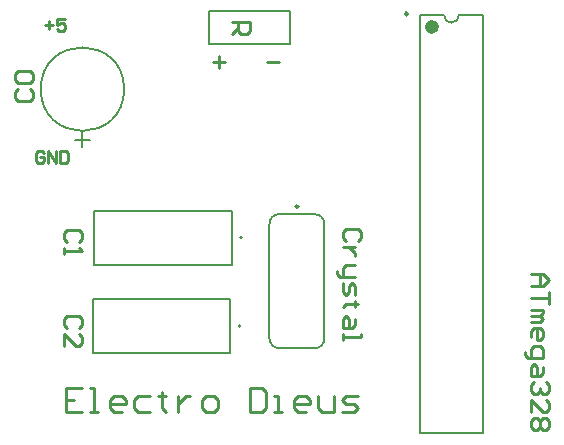
<source format=gto>
G04*
G04 #@! TF.GenerationSoftware,Altium Limited,Altium Designer,24.2.2 (26)*
G04*
G04 Layer_Color=65535*
%FSLAX44Y44*%
%MOMM*%
G71*
G04*
G04 #@! TF.SameCoordinates,64B0A2ED-4F9C-458F-A6B1-0A69A07A9492*
G04*
G04*
G04 #@! TF.FilePolarity,Positive*
G04*
G01*
G75*
%ADD10C,0.1524*%
%ADD11C,0.6000*%
%ADD12C,0.2500*%
%ADD13C,0.2000*%
%ADD14C,0.2540*%
D10*
X119126Y323850D02*
G03*
X119126Y323850I-35306J0D01*
G01*
X218788Y198120D02*
G03*
X218788Y198120I-762J0D01*
G01*
X217518Y123190D02*
G03*
X217518Y123190I-762J0D01*
G01*
X77470Y280924D02*
X90170D01*
X83820Y274574D02*
Y287274D01*
X259207Y362204D02*
Y389636D01*
X190627Y362204D02*
X259207D01*
X190627D02*
Y389636D01*
X259207D01*
X210406Y175387D02*
Y220853D01*
X93820Y175387D02*
Y220853D01*
X210406D01*
X93820Y175387D02*
X210406D01*
X209136Y100457D02*
Y145923D01*
X92550Y100457D02*
Y145923D01*
X209136D01*
X92550Y100457D02*
X209136D01*
D11*
X382740Y376550D02*
G03*
X382740Y376550I-3000J0D01*
G01*
D12*
X359390Y387650D02*
G03*
X359390Y387650I-1250J0D01*
G01*
X266680Y224540D02*
G03*
X266680Y224540I-1250J0D01*
G01*
D13*
X389890Y386550D02*
G03*
X402590Y386550I6350J0D01*
G01*
X280430Y104540D02*
G03*
X288680Y112790I0J8250D01*
G01*
X242180Y112790D02*
G03*
X250430Y104540I8250J-0D01*
G01*
X250430Y218040D02*
G03*
X242180Y209790I0J-8250D01*
G01*
X288680D02*
G03*
X280430Y218040I-8250J0D01*
G01*
X369740Y32550D02*
X422740D01*
X402590Y386550D02*
X422740D01*
X369740D02*
X389890D01*
X422740Y32550D02*
Y386550D01*
X369740Y32550D02*
Y386550D01*
X250430Y218040D02*
X250430D01*
X280430D01*
X250430Y104540D02*
X280430D01*
X288680Y112790D02*
Y209790D01*
X242180Y112790D02*
Y209790D01*
D14*
X83392Y71117D02*
X69850D01*
Y50803D01*
X83392D01*
X69850Y60960D02*
X76621D01*
X90163Y50803D02*
X96935D01*
X93549D01*
Y71117D01*
X90163D01*
X117248Y50803D02*
X110477D01*
X107091Y54189D01*
Y60960D01*
X110477Y64346D01*
X117248D01*
X120634Y60960D01*
Y57574D01*
X107091D01*
X140947Y64346D02*
X130790D01*
X127405Y60960D01*
Y54189D01*
X130790Y50803D01*
X140947D01*
X151104Y67731D02*
Y64346D01*
X147718D01*
X154489D01*
X151104D01*
Y54189D01*
X154489Y50803D01*
X164646Y64346D02*
Y50803D01*
Y57574D01*
X168032Y60960D01*
X171417Y64346D01*
X174803D01*
X188345Y50803D02*
X195116D01*
X198502Y54189D01*
Y60960D01*
X195116Y64346D01*
X188345D01*
X184959Y60960D01*
Y54189D01*
X188345Y50803D01*
X225586Y71117D02*
Y50803D01*
X235743D01*
X239128Y54189D01*
Y67731D01*
X235743Y71117D01*
X225586D01*
X245900Y50803D02*
X252671D01*
X249285D01*
Y64346D01*
X245900D01*
X272984Y50803D02*
X266213D01*
X262827Y54189D01*
Y60960D01*
X266213Y64346D01*
X272984D01*
X276370Y60960D01*
Y57574D01*
X262827D01*
X283141Y64346D02*
Y54189D01*
X286527Y50803D01*
X296683D01*
Y64346D01*
X303454Y50803D02*
X313611D01*
X316997Y54189D01*
X313611Y57574D01*
X306840D01*
X303454Y60960D01*
X306840Y64346D01*
X316997D01*
X194310Y346707D02*
X204467D01*
X199388Y351786D02*
Y341629D01*
X240015Y346707D02*
X250172D01*
X52070Y378458D02*
X58841D01*
X55456Y381844D02*
Y375073D01*
X68998Y383537D02*
X62227D01*
Y378458D01*
X65612Y380151D01*
X67305D01*
X68998Y378458D01*
Y375073D01*
X67305Y373380D01*
X63920D01*
X62227Y375073D01*
X51221Y270084D02*
X49528Y271777D01*
X46143D01*
X44450Y270084D01*
Y263313D01*
X46143Y261620D01*
X49528D01*
X51221Y263313D01*
Y266698D01*
X47836D01*
X54607Y261620D02*
Y271777D01*
X61378Y261620D01*
Y271777D01*
X64763D02*
Y261620D01*
X69842D01*
X71535Y263313D01*
Y270084D01*
X69842Y271777D01*
X64763D01*
X210823Y380998D02*
X226058D01*
Y373381D01*
X223518Y370842D01*
X218440D01*
X215901Y373381D01*
Y380998D01*
Y375920D02*
X210823Y370842D01*
X463552Y167619D02*
X473708D01*
X478787Y162540D01*
X473708Y157462D01*
X463552D01*
X471169D01*
Y167619D01*
X478787Y152384D02*
Y142227D01*
Y147305D01*
X463552D01*
Y137149D02*
X473708D01*
Y134609D01*
X471169Y132070D01*
X463552D01*
X471169D01*
X473708Y129531D01*
X471169Y126992D01*
X463552D01*
Y114296D02*
Y119374D01*
X466091Y121913D01*
X471169D01*
X473708Y119374D01*
Y114296D01*
X471169Y111757D01*
X468630D01*
Y121913D01*
X458473Y101600D02*
Y99061D01*
X461012Y96522D01*
X473708D01*
Y104139D01*
X471169Y106678D01*
X466091D01*
X463552Y104139D01*
Y96522D01*
X473708Y88904D02*
Y83826D01*
X471169Y81287D01*
X463552D01*
Y88904D01*
X466091Y91443D01*
X468630Y88904D01*
Y81287D01*
X476247Y76208D02*
X478787Y73669D01*
Y68591D01*
X476247Y66052D01*
X473708D01*
X471169Y68591D01*
Y71130D01*
Y68591D01*
X468630Y66052D01*
X466091D01*
X463552Y68591D01*
Y73669D01*
X466091Y76208D01*
X463552Y50816D02*
Y60973D01*
X473708Y50816D01*
X476247D01*
X478787Y53356D01*
Y58434D01*
X476247Y60973D01*
Y45738D02*
X478787Y43199D01*
Y38121D01*
X476247Y35581D01*
X473708D01*
X471169Y38121D01*
X468630Y35581D01*
X466091D01*
X463552Y38121D01*
Y43199D01*
X466091Y45738D01*
X468630D01*
X471169Y43199D01*
X473708Y45738D01*
X476247D01*
X471169Y43199D02*
Y38121D01*
X317498Y195568D02*
X320037Y198107D01*
Y203186D01*
X317498Y205725D01*
X307341D01*
X304802Y203186D01*
Y198107D01*
X307341Y195568D01*
X314958Y190490D02*
X304802D01*
X309880D01*
X312419Y187950D01*
X314958Y185411D01*
Y182872D01*
Y175255D02*
X307341D01*
X304802Y172715D01*
Y165098D01*
X302262D01*
X299723Y167637D01*
Y170176D01*
X304802Y165098D02*
X314958D01*
X304802Y160020D02*
Y152402D01*
X307341Y149863D01*
X309880Y152402D01*
Y157480D01*
X312419Y160020D01*
X314958Y157480D01*
Y149863D01*
X317498Y142245D02*
X314958D01*
Y144784D01*
Y139706D01*
Y142245D01*
X307341D01*
X304802Y139706D01*
X314958Y129549D02*
Y124471D01*
X312419Y121932D01*
X304802D01*
Y129549D01*
X307341Y132089D01*
X309880Y129549D01*
Y121932D01*
X304802Y116854D02*
Y111775D01*
Y114314D01*
X320037D01*
Y116854D01*
X81278Y121919D02*
X83818Y124458D01*
Y129537D01*
X81278Y132076D01*
X71122D01*
X68583Y129537D01*
Y124458D01*
X71122Y121919D01*
X68583Y106684D02*
Y116841D01*
X78739Y106684D01*
X81278D01*
X83818Y109223D01*
Y114302D01*
X81278Y116841D01*
Y194310D02*
X83818Y196849D01*
Y201928D01*
X81278Y204467D01*
X71122D01*
X68583Y201928D01*
Y196849D01*
X71122Y194310D01*
X68583Y189232D02*
Y184153D01*
Y186692D01*
X83818D01*
X81278Y189232D01*
X29212Y323851D02*
X26672Y321312D01*
Y316233D01*
X29212Y313694D01*
X39368D01*
X41908Y316233D01*
Y321312D01*
X39368Y323851D01*
X29212Y328929D02*
X26672Y331468D01*
Y336547D01*
X29212Y339086D01*
X39368D01*
X41908Y336547D01*
Y331468D01*
X39368Y328929D01*
X29212D01*
M02*

</source>
